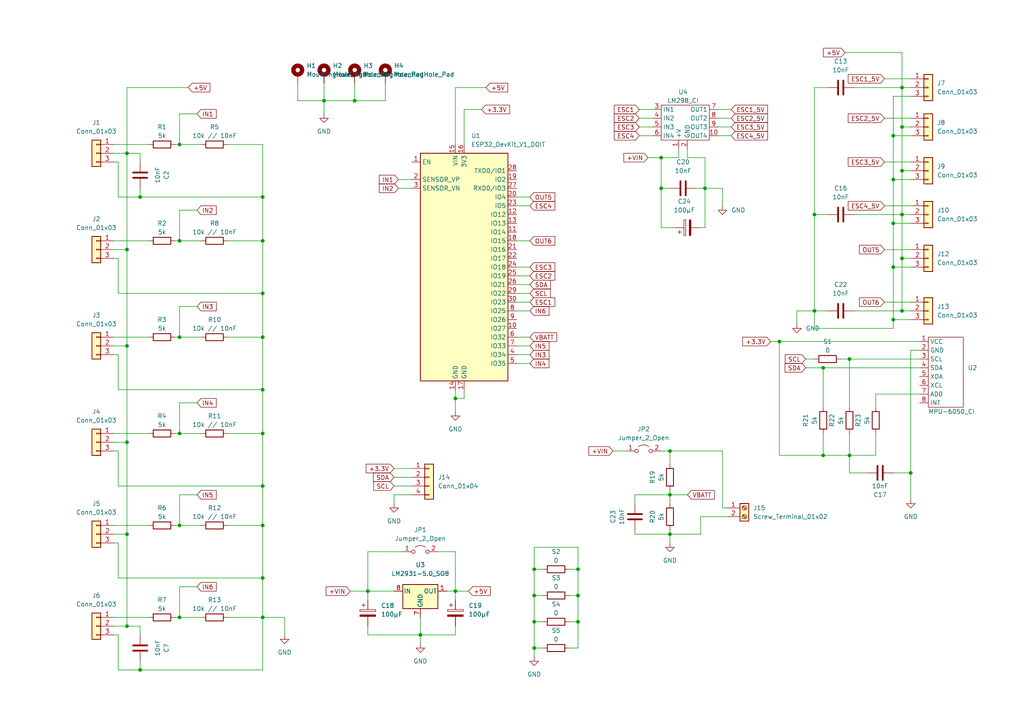
<source format=kicad_sch>
(kicad_sch (version 20211123) (generator eeschema)
  (paper "A4")
  (title_block (title "Controleur Vol ESP32") (date "2022-12-23") (rev "1.0.0") (company "Bocal Chemillé"))
  (lib_symbols
    (symbol "Connector:Screw_Terminal_01x02" (pin_names (offset 1.016) hide)
      (property "Reference" "J" (at 0 2.54 0))
      (property "Value" "Screw_Terminal_01x02" (at 0 -5.08 0))
      (symbol "Screw_Terminal_01x02_1_1"
        (rectangle (start -1.27 1.27) (end 1.27 -3.81) (stroke (width 0.254)) (fill (type background)))
        (circle (center 0 -2.54) (radius 0.635) (stroke (width 0.1524)))
        (polyline (pts (xy -0.5334 -2.2098) (xy 0.3302 -3.048)) (stroke (width 0.1524)))
        (polyline (pts (xy -0.5334 0.3302) (xy 0.3302 -0.508)) (stroke (width 0.1524)))
        (polyline (pts (xy -0.3556 -2.032) (xy 0.508 -2.8702)) (stroke (width 0.1524)))
        (polyline (pts (xy -0.3556 0.508) (xy 0.508 -0.3302)) (stroke (width 0.1524)))
        (circle (center 0 0) (radius 0.635) (stroke (width 0.1524)))
        (pin passive line (at -5.08 0 0) (length 3.81) (name "Pin_1") (number "1"))
        (pin passive line (at -5.08 -2.54 0) (length 3.81) (name "Pin_2") (number "2"))
      )
    )
    (symbol "Connector_Generic:Conn_01x03" (pin_names (offset 1.016) hide)
      (property "Reference" "J" (at 0 5.08 0))
      (property "Value" "Conn_01x03" (at 0 -5.08 0))
      (symbol "Conn_01x03_1_1"
        (rectangle (start -1.27 -2.413) (end 0 -2.667) (stroke (width 0.1524)))
        (rectangle (start -1.27 0.127) (end 0 -0.127) (stroke (width 0.1524)))
        (rectangle (start -1.27 2.667) (end 0 2.413) (stroke (width 0.1524)))
        (rectangle (start -1.27 3.81) (end 1.27 -3.81) (stroke (width 0.254)) (fill (type background)))
        (pin passive line (at -5.08 2.54 0) (length 3.81) (name "Pin_1") (number "1"))
        (pin passive line (at -5.08 0 0) (length 3.81) (name "Pin_2") (number "2"))
        (pin passive line (at -5.08 -2.54 0) (length 3.81) (name "Pin_3") (number "3"))
      )
    )
    (symbol "Connector_Generic:Conn_01x04" (pin_names (offset 1.016) hide)
      (property "Reference" "J" (at 0 5.08 0))
      (property "Value" "Conn_01x04" (at 0 -7.62 0))
      (symbol "Conn_01x04_1_1"
        (rectangle (start -1.27 -4.953) (end 0 -5.207) (stroke (width 0.1524)))
        (rectangle (start -1.27 -2.413) (end 0 -2.667) (stroke (width 0.1524)))
        (rectangle (start -1.27 0.127) (end 0 -0.127) (stroke (width 0.1524)))
        (rectangle (start -1.27 2.667) (end 0 2.413) (stroke (width 0.1524)))
        (rectangle (start -1.27 3.81) (end 1.27 -6.35) (stroke (width 0.254)) (fill (type background)))
        (pin passive line (at -5.08 2.54 0) (length 3.81) (name "Pin_1") (number "1"))
        (pin passive line (at -5.08 0 0) (length 3.81) (name "Pin_2") (number "2"))
        (pin passive line (at -5.08 -2.54 0) (length 3.81) (name "Pin_3") (number "3"))
        (pin passive line (at -5.08 -5.08 0) (length 3.81) (name "Pin_4") (number "4"))
      )
    )
    (symbol "Device:C" (pin_numbers hide) (pin_names (offset 0.254))
      (property "Reference" "C" (at 0.635 2.54 0))
      (property "Value" "C" (at 0.635 -2.54 0))
      (symbol "C_0_1"
        (polyline (pts (xy -2.032 -0.762) (xy 2.032 -0.762)) (stroke (width 0.508)))
        (polyline (pts (xy -2.032 0.762) (xy 2.032 0.762)) (stroke (width 0.508)))
      )
      (symbol "C_1_1"
        (pin passive line (at 0 3.81 270) (length 2.794) (name "~") (number "1"))
        (pin passive line (at 0 -3.81 90) (length 2.794) (name "~") (number "2"))
      )
    )
    (symbol "Device:C_Polarized" (pin_numbers hide) (pin_names (offset 0.254))
      (property "Reference" "C" (at 0.635 2.54 0))
      (property "Value" "C_Polarized" (at 0.635 -2.54 0))
      (symbol "C_Polarized_0_1"
        (rectangle (start -2.286 0.508) (end 2.286 1.016))
        (polyline (pts (xy -1.778 2.286) (xy -0.762 2.286)))
        (polyline (pts (xy -1.27 2.794) (xy -1.27 1.778)))
        (rectangle (start 2.286 -0.508) (end -2.286 -1.016) (fill (type outline)))
      )
      (symbol "C_Polarized_1_1"
        (pin passive line (at 0 3.81 270) (length 2.794) (name "~") (number "1"))
        (pin passive line (at 0 -3.81 90) (length 2.794) (name "~") (number "2"))
      )
    )
    (symbol "Device:R" (pin_numbers hide) (pin_names (offset 0))
      (property "Reference" "R" (at 2.032 0 90))
      (property "Value" "R" (at 0 0 90))
      (symbol "R_0_1"
        (rectangle (start -1.016 -2.54) (end 1.016 2.54) (stroke (width 0.254)))
      )
      (symbol "R_1_1"
        (pin passive line (at 0 3.81 270) (length 1.27) (name "~") (number "1"))
        (pin passive line (at 0 -3.81 90) (length 1.27) (name "~") (number "2"))
      )
    )
    (symbol "Jumper:Jumper_2_Open" (pin_names (offset 0) hide)
      (property "Reference" "JP" (at 0 2.794 0))
      (property "Value" "Jumper_2_Open" (at 0 -2.286 0))
      (symbol "Jumper_2_Open_0_0"
        (circle (center -2.032 0) (radius 0.508))
        (circle (center 2.032 0) (radius 0.508))
      )
      (symbol "Jumper_2_Open_0_1"
        (arc (start 1.524 1.27) (mid 0 1.778) (end -1.524 1.27))
      )
      (symbol "Jumper_2_Open_1_1"
        (pin passive line (at -5.08 0 0) (length 2.54) (name "A") (number "1"))
        (pin passive line (at 5.08 0 180) (length 2.54) (name "B") (number "2"))
      )
    )
    (symbol "LM298:LM298_CI"
      (property "Reference" "U4" (at 0 2.54 0))
      (property "Value" "LM298_CI" (at 0 0 0))
      (property "Footprint" "Library_JBO:LM298_CI" (at 0.635 1.27 0))
      (symbol "LM298_CI_0_1"
        (polyline (pts (xy -6.35 -1.27) (xy 7.62 -1.27) (xy 7.62 -11.43) (xy -6.35 -11.43) (xy -6.35 -1.27)))
      )
      (symbol "LM298_CI_1_1"
        (pin power_in line (at -1.27 -13.97 90) (length 2.54) (name "+V") (number "1"))
        (pin output line (at 10.16 -10.16 180) (length 2.54) (name "OUT4") (number "10"))
        (pin power_in line (at 1.27 -13.97 90) (length 2.54) (name "GND") (number "2"))
        (pin input line (at -8.89 -2.54 0) (length 2.54) (name "IN1") (number "3"))
        (pin input line (at -8.89 -5.08 0) (length 2.54) (name "IN2") (number "4"))
        (pin input line (at -8.89 -7.62 0) (length 2.54) (name "IN3") (number "5"))
        (pin input line (at -8.89 -10.16 0) (length 2.54) (name "IN4") (number "6"))
        (pin output line (at 10.16 -2.54 180) (length 2.54) (name "OUT1") (number "7"))
        (pin output line (at 10.16 -5.08 180) (length 2.54) (name "OUT2") (number "8"))
        (pin output line (at 10.16 -7.62 180) (length 2.54) (name "OUT3") (number "9"))
      )
    )
    (symbol "Mechanical:MountingHole_Pad" (pin_numbers hide) (pin_names (offset 1.016) hide)
      (property "Reference" "H" (at 0 6.35 0))
      (property "Value" "MountingHole_Pad" (at 0 4.445 0))
      (symbol "MountingHole_Pad_0_1"
        (circle (center 0 1.27) (radius 1.27) (stroke (width 1.27)))
      )
      (symbol "MountingHole_Pad_1_1"
        (pin input line (at 0 -2.54 90) (length 2.54) (name "1") (number "1"))
      )
    )
    (symbol "Project_Lib:MPU-6050_CI"
      (property "Reference" "U" (at 7.62 0 0))
      (property "Value" "MPU-6050_CI" (at 6.35 -22.86 0))
      (symbol "MPU-6050_CI_0_1"
        (rectangle (start 2.54 -1.27) (end 12.7 -21.59))
      )
      (symbol "MPU-6050_CI_1_1"
        (pin power_in line (at 0 -2.54 0) (length 2.54) (name "VCC") (number "1"))
        (pin power_in line (at 0 -5.08 0) (length 2.54) (name "GND") (number "2"))
        (pin input line (at 0 -7.62 0) (length 2.54) (name "SCL") (number "3"))
        (pin open_collector line (at 0 -10.16 0) (length 2.54) (name "SDA") (number "4"))
        (pin input line (at 0 -12.7 0) (length 2.54) (name "XDA") (number "5"))
        (pin input line (at 0 -15.24 0) (length 2.54) (name "XCL") (number "6"))
        (pin input line (at 0 -17.78 0) (length 2.54) (name "AD0") (number "7"))
        (pin output line (at 0 -20.32 0) (length 2.54) (name "INT") (number "8"))
      )
    )
    (symbol "Regulator_Linear:LM2931-5.0_SO8" (pin_names (offset 0.254))
      (property "Reference" "U" (at -3.81 3.175 0))
      (property "Value" "LM2931-5.0_SO8" (at 0 3.175 0))
      (symbol "LM2931-5.0_SO8_0_1"
        (rectangle (start -5.08 1.905) (end 5.08 -5.08) (stroke (width 0.254)) (fill (type background)))
      )
      (symbol "LM2931-5.0_SO8_1_1"
        (pin power_out line (at 7.62 0 180) (length 2.54) (name "OUT") (number "1"))
        (pin passive line (at 0 -7.62 90) (length 2.54) hide (name "GND") (number "2"))
        (pin passive line (at 0 -7.62 90) (length 2.54) hide (name "GND") (number "3"))
        (pin no_connect line (at -5.08 -2.54 0) (length 2.54) hide (name "NC") (number "4"))
        (pin no_connect line (at 5.08 -2.54 180) (length 2.54) hide (name "NC") (number "5"))
        (pin passive line (at 0 -7.62 90) (length 2.54) hide (name "GND") (number "6"))
        (pin power_in line (at 0 -7.62 90) (length 2.54) (name "GND") (number "7"))
        (pin power_in line (at -7.62 0 0) (length 2.54) (name "IN") (number "8"))
      )
    )
    (symbol "esp32_devkit_v1_doit:ESP32_DevKit_V1_DOIT"
      (property "Reference" "U" (at -11.43 34.29 0))
      (property "Value" "ESP32_DevKit_V1_DOIT" (at 11.43 34.29 0))
      (symbol "ESP32_DevKit_V1_DOIT_1_1"
        (rectangle (start -12.7 33.02) (end 12.7 -33.02) (stroke (width 0.254)) (fill (type background)))
        (pin input line (at -15.24 30.48 0) (length 2.54) (name "EN") (number "1"))
        (pin bidirectional line (at 15.24 -17.78 180) (length 2.54) (name "IO27") (number "10"))
        (pin bidirectional line (at 15.24 10.16 180) (length 2.54) (name "IO14") (number "11"))
        (pin bidirectional line (at 15.24 15.24 180) (length 2.54) (name "IO12") (number "12"))
        (pin bidirectional line (at 15.24 12.7 180) (length 2.54) (name "IO13") (number "13"))
        (pin power_in line (at -2.54 -35.56 90) (length 2.54) (name "GND") (number "14"))
        (pin power_in line (at -2.54 35.56 270) (length 2.54) (name "VIN") (number "15"))
        (pin power_in line (at 0 35.56 270) (length 2.54) (name "3V3") (number "16"))
        (pin power_in line (at 0 -35.56 90) (length 2.54) (name "GND") (number "17"))
        (pin bidirectional line (at 15.24 7.62 180) (length 2.54) (name "IO15") (number "18"))
        (pin bidirectional line (at 15.24 25.4 180) (length 2.54) (name "IO2") (number "19"))
        (pin input line (at -15.24 25.4 0) (length 2.54) (name "SENSOR_VP") (number "2"))
        (pin bidirectional line (at 15.24 20.32 180) (length 2.54) (name "IO4") (number "20"))
        (pin bidirectional line (at 15.24 5.08 180) (length 2.54) (name "IO16") (number "21"))
        (pin bidirectional line (at 15.24 2.54 180) (length 2.54) (name "IO17") (number "22"))
        (pin bidirectional line (at 15.24 17.78 180) (length 2.54) (name "IO5") (number "23"))
        (pin bidirectional line (at 15.24 0 180) (length 2.54) (name "IO18") (number "24"))
        (pin bidirectional line (at 15.24 -2.54 180) (length 2.54) (name "IO19") (number "25"))
        (pin bidirectional line (at 15.24 -5.08 180) (length 2.54) (name "IO21") (number "26"))
        (pin bidirectional line (at 15.24 22.86 180) (length 2.54) (name "RXD0/IO3") (number "27"))
        (pin bidirectional line (at 15.24 27.94 180) (length 2.54) (name "TXD0/IO1") (number "28"))
        (pin bidirectional line (at 15.24 -7.62 180) (length 2.54) (name "IO22") (number "29"))
        (pin input line (at -15.24 22.86 0) (length 2.54) (name "SENSOR_VN") (number "3"))
        (pin bidirectional line (at 15.24 -10.16 180) (length 2.54) (name "IO23") (number "30"))
        (pin input line (at 15.24 -25.4 180) (length 2.54) (name "IO34") (number "4"))
        (pin input line (at 15.24 -27.94 180) (length 2.54) (name "IO35") (number "5"))
        (pin bidirectional line (at 15.24 -20.32 180) (length 2.54) (name "IO32") (number "6"))
        (pin bidirectional line (at 15.24 -22.86 180) (length 2.54) (name "IO33") (number "7"))
        (pin bidirectional line (at 15.24 -12.7 180) (length 2.54) (name "IO25") (number "8"))
        (pin bidirectional line (at 15.24 -15.24 180) (length 2.54) (name "IO26") (number "9"))
      )
    )
    (symbol "power:GND" (power) (pin_names (offset 0))
      (property "Value" "GND" (at 0 -3.81 0))
      (symbol "GND_0_1"
        (polyline (pts (xy 0 0) (xy 0 -1.27) (xy 1.27 -1.27) (xy 0 -2.54) (xy -1.27 -1.27) (xy 0 -1.27)))
      )
      (symbol "GND_1_1"
        (pin power_in line (at 0 0 270) (length 0) hide (name "GND") (number "1"))
      )
    )
  )
  (junction (at 52.07 97.79))
  (junction (at 167.64 180.34))
  (junction (at 36.83 100.33))
  (junction (at 204.47 54.61))
  (junction (at 121.92 184.15))
  (junction (at 76.2 152.4))
  (junction (at 154.94 180.34))
  (junction (at 261.62 74.93))
  (junction (at 259.08 64.77))
  (junction (at 76.2 113.03))
  (junction (at 167.64 172.72))
  (junction (at 52.07 152.4))
  (junction (at 132.08 171.45))
  (junction (at 52.07 41.91))
  (junction (at 259.08 39.37))
  (junction (at 264.16 137.16))
  (junction (at 36.83 128.27))
  (junction (at 76.2 69.85))
  (junction (at 93.98 29.21))
  (junction (at 167.64 165.1))
  (junction (at 246.38 132.08))
  (junction (at 261.62 49.53))
  (junction (at 40.64 57.15))
  (junction (at 246.38 104.14))
  (junction (at 191.77 54.61))
  (junction (at 154.94 172.72))
  (junction (at 194.31 130.81))
  (junction (at 76.2 179.07))
  (junction (at 52.07 179.07))
  (junction (at 52.07 125.73))
  (junction (at 36.83 181.61))
  (junction (at 154.94 165.1))
  (junction (at 76.2 125.73))
  (junction (at 76.2 57.15))
  (junction (at 36.83 72.39))
  (junction (at 259.08 77.47))
  (junction (at 259.08 52.07))
  (junction (at 236.22 90.17))
  (junction (at 40.64 194.31))
  (junction (at 154.94 187.96))
  (junction (at 194.31 154.94))
  (junction (at 226.06 99.06))
  (junction (at 132.08 115.57))
  (junction (at 238.76 132.08))
  (junction (at 76.2 140.97))
  (junction (at 102.87 29.21))
  (junction (at 52.07 69.85))
  (junction (at 236.22 62.23))
  (junction (at 76.2 85.09))
  (junction (at 76.2 97.79))
  (junction (at 76.2 167.64))
  (junction (at 261.62 90.17))
  (junction (at 191.77 45.72))
  (junction (at 261.62 36.83))
  (junction (at 194.31 143.51))
  (junction (at 261.62 62.23))
  (junction (at 106.68 171.45))
  (junction (at 259.08 92.71))
  (junction (at 36.83 154.94))
  (junction (at 238.76 106.68))
  (junction (at 36.83 44.45))
  (junction (at 261.62 25.4))
  (wire (pts (xy 36.83 44.45) (xy 40.64 44.45)))
  (wire (pts (xy 247.65 90.17) (xy 261.62 90.17)))
  (wire (pts (xy 236.22 62.23) (xy 236.22 90.17)))
  (wire (pts (xy 76.2 69.85) (xy 76.2 85.09)))
  (wire (pts (xy 264.16 77.47) (xy 259.08 77.47)))
  (wire (pts (xy 76.2 57.15) (xy 76.2 69.85)))
  (wire (pts (xy 165.1 172.72) (xy 167.64 172.72)))
  (wire (pts (xy 236.22 25.4) (xy 240.03 25.4)))
  (wire (pts (xy 254 125.73) (xy 254 132.08)))
  (wire (pts (xy 191.77 130.81) (xy 194.31 130.81)))
  (wire (pts (xy 66.04 125.73) (xy 76.2 125.73)))
  (wire (pts (xy 66.04 179.07) (xy 76.2 179.07)))
  (wire (pts (xy 82.55 179.07) (xy 76.2 179.07)))
  (wire (pts (xy 116.84 160.02) (xy 106.68 160.02)))
  (wire (pts (xy 261.62 15.24) (xy 261.62 25.4)))
  (wire (pts (xy 33.02 69.85) (xy 43.18 69.85)))
  (wire (pts (xy 208.28 39.37) (xy 212.09 39.37)))
  (wire (pts (xy 167.64 158.75) (xy 154.94 158.75)))
  (wire (pts (xy 196.85 45.72) (xy 196.85 43.18)))
  (wire (pts (xy 154.94 172.72) (xy 157.48 172.72)))
  (wire (pts (xy 52.07 170.18) (xy 52.07 179.07)))
  (wire (pts (xy 177.8 130.81) (xy 181.61 130.81)))
  (wire (pts (xy 76.2 140.97) (xy 76.2 152.4)))
  (wire (pts (xy 256.54 59.69) (xy 264.16 59.69)))
  (wire (pts (xy 154.94 158.75) (xy 154.94 165.1)))
  (wire (pts (xy 127 160.02) (xy 132.08 160.02)))
  (wire (pts (xy 34.29 57.15) (xy 40.64 57.15)))
  (wire (pts (xy 34.29 130.81) (xy 34.29 140.97)))
  (wire (pts (xy 246.38 104.14) (xy 246.38 118.11)))
  (wire (pts (xy 264.16 39.37) (xy 259.08 39.37)))
  (wire (pts (xy 264.16 92.71) (xy 259.08 92.71)))
  (wire (pts (xy 264.16 137.16) (xy 264.16 144.78)))
  (wire (pts (xy 194.31 143.51) (xy 199.39 143.51)))
  (wire (pts (xy 34.29 140.97) (xy 76.2 140.97)))
  (wire (pts (xy 209.55 54.61) (xy 204.47 54.61)))
  (wire (pts (xy 52.07 116.84) (xy 52.07 125.73)))
  (wire (pts (xy 264.16 27.94) (xy 259.08 27.94)))
  (wire (pts (xy 185.42 31.75) (xy 189.23 31.75)))
  (wire (pts (xy 264.16 64.77) (xy 259.08 64.77)))
  (wire (pts (xy 121.92 179.07) (xy 121.92 184.15)))
  (wire (pts (xy 251.46 137.16) (xy 246.38 137.16)))
  (wire (pts (xy 52.07 41.91) (xy 58.42 41.91)))
  (wire (pts (xy 52.07 97.79) (xy 58.42 97.79)))
  (wire (pts (xy 259.08 39.37) (xy 259.08 52.07)))
  (wire (pts (xy 256.54 72.39) (xy 264.16 72.39)))
  (wire (pts (xy 66.04 152.4) (xy 76.2 152.4)))
  (wire (pts (xy 132.08 184.15) (xy 121.92 184.15)))
  (wire (pts (xy 52.07 152.4) (xy 58.42 152.4)))
  (wire (pts (xy 149.86 57.15) (xy 153.67 57.15)))
  (wire (pts (xy 191.77 54.61) (xy 191.77 45.72)))
  (wire (pts (xy 50.8 97.79) (xy 52.07 97.79)))
  (wire (pts (xy 149.86 80.01) (xy 153.67 80.01)))
  (wire (pts (xy 40.64 194.31) (xy 76.2 194.31)))
  (wire (pts (xy 149.86 87.63) (xy 153.67 87.63)))
  (wire (pts (xy 76.2 41.91) (xy 76.2 57.15)))
  (wire (pts (xy 132.08 160.02) (xy 132.08 171.45)))
  (wire (pts (xy 33.02 128.27) (xy 36.83 128.27)))
  (wire (pts (xy 93.98 29.21) (xy 93.98 33.02)))
  (wire (pts (xy 167.64 165.1) (xy 167.64 158.75)))
  (wire (pts (xy 247.65 62.23) (xy 261.62 62.23)))
  (wire (pts (xy 259.08 137.16) (xy 264.16 137.16)))
  (wire (pts (xy 184.15 154.94) (xy 194.31 154.94)))
  (wire (pts (xy 36.83 154.94) (xy 36.83 181.61)))
  (wire (pts (xy 261.62 36.83) (xy 264.16 36.83)))
  (wire (pts (xy 93.98 24.13) (xy 93.98 29.21)))
  (wire (pts (xy 209.55 130.81) (xy 209.55 147.32)))
  (wire (pts (xy 184.15 153.67) (xy 184.15 154.94)))
  (wire (pts (xy 52.07 33.02) (xy 52.07 41.91)))
  (wire (pts (xy 256.54 34.29) (xy 264.16 34.29)))
  (wire (pts (xy 52.07 143.51) (xy 52.07 152.4)))
  (wire (pts (xy 33.02 179.07) (xy 43.18 179.07)))
  (wire (pts (xy 34.29 157.48) (xy 34.29 167.64)))
  (wire (pts (xy 36.83 100.33) (xy 36.83 128.27)))
  (wire (pts (xy 134.62 31.75) (xy 134.62 41.91)))
  (wire (pts (xy 246.38 137.16) (xy 246.38 132.08)))
  (wire (pts (xy 33.02 102.87) (xy 34.29 102.87)))
  (wire (pts (xy 76.2 152.4) (xy 76.2 167.64)))
  (wire (pts (xy 223.52 99.06) (xy 226.06 99.06)))
  (wire (pts (xy 261.62 90.17) (xy 264.16 90.17)))
  (wire (pts (xy 233.68 106.68) (xy 238.76 106.68)))
  (wire (pts (xy 167.64 180.34) (xy 167.64 187.96)))
  (wire (pts (xy 245.11 15.24) (xy 261.62 15.24)))
  (wire (pts (xy 259.08 77.47) (xy 259.08 92.71)))
  (wire (pts (xy 106.68 171.45) (xy 114.3 171.45)))
  (wire (pts (xy 243.84 104.14) (xy 246.38 104.14)))
  (wire (pts (xy 259.08 64.77) (xy 259.08 77.47)))
  (wire (pts (xy 165.1 165.1) (xy 167.64 165.1)))
  (wire (pts (xy 154.94 165.1) (xy 154.94 172.72)))
  (wire (pts (xy 114.3 135.89) (xy 119.38 135.89)))
  (wire (pts (xy 33.02 41.91) (xy 43.18 41.91)))
  (wire (pts (xy 149.86 100.33) (xy 153.67 100.33)))
  (wire (pts (xy 52.07 69.85) (xy 58.42 69.85)))
  (wire (pts (xy 132.08 171.45) (xy 135.89 171.45)))
  (wire (pts (xy 236.22 95.25) (xy 236.22 90.17)))
  (wire (pts (xy 33.02 97.79) (xy 43.18 97.79)))
  (wire (pts (xy 236.22 62.23) (xy 240.03 62.23)))
  (wire (pts (xy 76.2 167.64) (xy 76.2 179.07)))
  (wire (pts (xy 114.3 143.51) (xy 114.3 146.05)))
  (wire (pts (xy 86.36 29.21) (xy 93.98 29.21)))
  (wire (pts (xy 82.55 184.15) (xy 82.55 179.07)))
  (wire (pts (xy 34.29 46.99) (xy 34.29 57.15)))
  (wire (pts (xy 201.93 54.61) (xy 204.47 54.61)))
  (wire (pts (xy 36.83 72.39) (xy 36.83 100.33)))
  (wire (pts (xy 236.22 90.17) (xy 240.03 90.17)))
  (wire (pts (xy 209.55 147.32) (xy 210.82 147.32)))
  (wire (pts (xy 259.08 27.94) (xy 259.08 39.37)))
  (wire (pts (xy 187.96 45.72) (xy 191.77 45.72)))
  (wire (pts (xy 210.82 149.86) (xy 203.2 149.86)))
  (wire (pts (xy 261.62 74.93) (xy 261.62 90.17)))
  (wire (pts (xy 33.02 125.73) (xy 43.18 125.73)))
  (wire (pts (xy 36.83 44.45) (xy 36.83 72.39)))
  (wire (pts (xy 114.3 138.43) (xy 119.38 138.43)))
  (wire (pts (xy 149.86 90.17) (xy 153.67 90.17)))
  (wire (pts (xy 34.29 167.64) (xy 76.2 167.64)))
  (wire (pts (xy 226.06 99.06) (xy 266.7 99.06)))
  (wire (pts (xy 261.62 49.53) (xy 264.16 49.53)))
  (wire (pts (xy 154.94 180.34) (xy 154.94 187.96)))
  (wire (pts (xy 34.29 74.93) (xy 34.29 85.09)))
  (wire (pts (xy 195.58 66.04) (xy 191.77 66.04)))
  (wire (pts (xy 40.64 44.45) (xy 40.64 46.99)))
  (wire (pts (xy 121.92 184.15) (xy 121.92 186.69)))
  (wire (pts (xy 154.94 172.72) (xy 154.94 180.34)))
  (wire (pts (xy 266.7 114.3) (xy 254 114.3)))
  (wire (pts (xy 149.86 85.09) (xy 153.67 85.09)))
  (wire (pts (xy 233.68 104.14) (xy 236.22 104.14)))
  (wire (pts (xy 101.6 171.45) (xy 106.68 171.45)))
  (wire (pts (xy 57.15 170.18) (xy 52.07 170.18)))
  (wire (pts (xy 231.14 90.17) (xy 236.22 90.17)))
  (wire (pts (xy 115.57 52.07) (xy 119.38 52.07)))
  (wire (pts (xy 57.15 88.9) (xy 52.07 88.9)))
  (wire (pts (xy 50.8 179.07) (xy 52.07 179.07)))
  (wire (pts (xy 34.29 184.15) (xy 34.29 194.31)))
  (wire (pts (xy 236.22 95.25) (xy 259.08 95.25)))
  (wire (pts (xy 76.2 113.03) (xy 76.2 125.73)))
  (wire (pts (xy 261.62 62.23) (xy 264.16 62.23)))
  (wire (pts (xy 261.62 25.4) (xy 261.62 36.83)))
  (wire (pts (xy 114.3 140.97) (xy 119.38 140.97)))
  (wire (pts (xy 185.42 36.83) (xy 189.23 36.83)))
  (wire (pts (xy 57.15 60.96) (xy 52.07 60.96)))
  (wire (pts (xy 199.39 45.72) (xy 204.47 45.72)))
  (wire (pts (xy 76.2 125.73) (xy 76.2 140.97)))
  (wire (pts (xy 149.86 69.85) (xy 153.67 69.85)))
  (wire (pts (xy 149.86 97.79) (xy 153.67 97.79)))
  (wire (pts (xy 40.64 191.77) (xy 40.64 194.31)))
  (wire (pts (xy 194.31 153.67) (xy 194.31 154.94)))
  (wire (pts (xy 106.68 184.15) (xy 121.92 184.15)))
  (wire (pts (xy 36.83 25.4) (xy 36.83 44.45)))
  (wire (pts (xy 261.62 74.93) (xy 264.16 74.93)))
  (wire (pts (xy 266.7 106.68) (xy 238.76 106.68)))
  (wire (pts (xy 194.31 130.81) (xy 209.55 130.81)))
  (wire (pts (xy 33.02 100.33) (xy 36.83 100.33)))
  (wire (pts (xy 132.08 113.03) (xy 132.08 115.57)))
  (wire (pts (xy 185.42 39.37) (xy 189.23 39.37)))
  (wire (pts (xy 52.07 125.73) (xy 58.42 125.73)))
  (wire (pts (xy 149.86 82.55) (xy 153.67 82.55)))
  (wire (pts (xy 50.8 125.73) (xy 52.07 125.73)))
  (wire (pts (xy 167.64 165.1) (xy 167.64 172.72)))
  (wire (pts (xy 226.06 132.08) (xy 238.76 132.08)))
  (wire (pts (xy 246.38 125.73) (xy 246.38 132.08)))
  (wire (pts (xy 132.08 171.45) (xy 132.08 173.99)))
  (wire (pts (xy 261.62 25.4) (xy 264.16 25.4)))
  (wire (pts (xy 33.02 152.4) (xy 43.18 152.4)))
  (wire (pts (xy 66.04 97.79) (xy 76.2 97.79)))
  (wire (pts (xy 36.83 181.61) (xy 40.64 181.61)))
  (wire (pts (xy 76.2 97.79) (xy 76.2 113.03)))
  (wire (pts (xy 149.86 102.87) (xy 153.67 102.87)))
  (wire (pts (xy 132.08 25.4) (xy 140.97 25.4)))
  (wire (pts (xy 154.94 187.96) (xy 154.94 190.5)))
  (wire (pts (xy 40.64 181.61) (xy 40.64 184.15)))
  (wire (pts (xy 33.02 154.94) (xy 36.83 154.94)))
  (wire (pts (xy 52.07 60.96) (xy 52.07 69.85)))
  (wire (pts (xy 66.04 69.85) (xy 76.2 69.85)))
  (wire (pts (xy 238.76 125.73) (xy 238.76 132.08)))
  (wire (pts (xy 34.29 113.03) (xy 76.2 113.03)))
  (wire (pts (xy 254 132.08) (xy 246.38 132.08)))
  (wire (pts (xy 226.06 132.08) (xy 226.06 99.06)))
  (wire (pts (xy 34.29 102.87) (xy 34.29 113.03)))
  (wire (pts (xy 34.29 194.31) (xy 40.64 194.31)))
  (wire (pts (xy 33.02 72.39) (xy 36.83 72.39)))
  (wire (pts (xy 33.02 46.99) (xy 34.29 46.99)))
  (wire (pts (xy 199.39 43.18) (xy 199.39 45.72)))
  (wire (pts (xy 254 114.3) (xy 254 118.11)))
  (wire (pts (xy 194.31 54.61) (xy 191.77 54.61)))
  (wire (pts (xy 184.15 143.51) (xy 194.31 143.51)))
  (wire (pts (xy 204.47 66.04) (xy 203.2 66.04)))
  (wire (pts (xy 40.64 57.15) (xy 76.2 57.15)))
  (wire (pts (xy 102.87 29.21) (xy 111.76 29.21)))
  (wire (pts (xy 256.54 87.63) (xy 264.16 87.63)))
  (wire (pts (xy 54.61 25.4) (xy 36.83 25.4)))
  (wire (pts (xy 264.16 52.07) (xy 259.08 52.07)))
  (wire (pts (xy 167.64 187.96) (xy 165.1 187.96)))
  (wire (pts (xy 149.86 59.69) (xy 153.67 59.69)))
  (wire (pts (xy 203.2 154.94) (xy 194.31 154.94)))
  (wire (pts (xy 36.83 128.27) (xy 36.83 154.94)))
  (wire (pts (xy 52.07 179.07) (xy 58.42 179.07)))
  (wire (pts (xy 208.28 31.75) (xy 212.09 31.75)))
  (wire (pts (xy 129.54 171.45) (xy 132.08 171.45)))
  (wire (pts (xy 57.15 143.51) (xy 52.07 143.51)))
  (wire (pts (xy 93.98 29.21) (xy 102.87 29.21)))
  (wire (pts (xy 204.47 54.61) (xy 204.47 66.04)))
  (wire (pts (xy 149.86 77.47) (xy 153.67 77.47)))
  (wire (pts (xy 194.31 143.51) (xy 194.31 146.05)))
  (wire (pts (xy 132.08 115.57) (xy 132.08 119.38)))
  (wire (pts (xy 86.36 24.13) (xy 86.36 29.21)))
  (wire (pts (xy 132.08 41.91) (xy 132.08 25.4)))
  (wire (pts (xy 57.15 33.02) (xy 52.07 33.02)))
  (wire (pts (xy 259.08 92.71) (xy 259.08 95.25)))
  (wire (pts (xy 66.04 41.91) (xy 76.2 41.91)))
  (wire (pts (xy 191.77 45.72) (xy 196.85 45.72)))
  (wire (pts (xy 132.08 181.61) (xy 132.08 184.15)))
  (wire (pts (xy 139.7 31.75) (xy 134.62 31.75)))
  (wire (pts (xy 149.86 105.41) (xy 153.67 105.41)))
  (wire (pts (xy 208.28 34.29) (xy 212.09 34.29)))
  (wire (pts (xy 154.94 180.34) (xy 157.48 180.34)))
  (wire (pts (xy 33.02 157.48) (xy 34.29 157.48)))
  (wire (pts (xy 208.28 36.83) (xy 212.09 36.83)))
  (wire (pts (xy 134.62 115.57) (xy 132.08 115.57)))
  (wire (pts (xy 256.54 22.86) (xy 264.16 22.86)))
  (wire (pts (xy 33.02 184.15) (xy 34.29 184.15)))
  (wire (pts (xy 194.31 154.94) (xy 194.31 157.48)))
  (wire (pts (xy 50.8 41.91) (xy 52.07 41.91)))
  (wire (pts (xy 246.38 132.08) (xy 238.76 132.08)))
  (wire (pts (xy 76.2 179.07) (xy 76.2 194.31)))
  (wire (pts (xy 194.31 142.24) (xy 194.31 143.51)))
  (wire (pts (xy 157.48 165.1) (xy 154.94 165.1)))
  (wire (pts (xy 106.68 181.61) (xy 106.68 184.15)))
  (wire (pts (xy 50.8 69.85) (xy 52.07 69.85)))
  (wire (pts (xy 185.42 34.29) (xy 189.23 34.29)))
  (wire (pts (xy 119.38 143.51) (xy 114.3 143.51)))
  (wire (pts (xy 236.22 25.4) (xy 236.22 62.23)))
  (wire (pts (xy 52.07 88.9) (xy 52.07 97.79)))
  (wire (pts (xy 264.16 101.6) (xy 266.7 101.6)))
  (wire (pts (xy 154.94 187.96) (xy 157.48 187.96)))
  (wire (pts (xy 106.68 160.02) (xy 106.68 171.45)))
  (wire (pts (xy 261.62 62.23) (xy 261.62 74.93)))
  (wire (pts (xy 247.65 25.4) (xy 261.62 25.4)))
  (wire (pts (xy 165.1 180.34) (xy 167.64 180.34)))
  (wire (pts (xy 204.47 45.72) (xy 204.47 54.61)))
  (wire (pts (xy 34.29 85.09) (xy 76.2 85.09)))
  (wire (pts (xy 231.14 93.98) (xy 231.14 90.17)))
  (wire (pts (xy 40.64 54.61) (xy 40.64 57.15)))
  (wire (pts (xy 256.54 46.99) (xy 264.16 46.99)))
  (wire (pts (xy 264.16 101.6) (xy 264.16 137.16)))
  (wire (pts (xy 33.02 130.81) (xy 34.29 130.81)))
  (wire (pts (xy 76.2 85.09) (xy 76.2 97.79)))
  (wire (pts (xy 134.62 113.03) (xy 134.62 115.57)))
  (wire (pts (xy 50.8 152.4) (xy 52.07 152.4)))
  (wire (pts (xy 261.62 49.53) (xy 261.62 62.23)))
  (wire (pts (xy 167.64 172.72) (xy 167.64 180.34)))
  (wire (pts (xy 261.62 36.83) (xy 261.62 49.53)))
  (wire (pts (xy 115.57 54.61) (xy 119.38 54.61)))
  (wire (pts (xy 33.02 74.93) (xy 34.29 74.93)))
  (wire (pts (xy 57.15 116.84) (xy 52.07 116.84)))
  (wire (pts (xy 111.76 24.13) (xy 111.76 29.21)))
  (wire (pts (xy 238.76 106.68) (xy 238.76 118.11)))
  (wire (pts (xy 33.02 181.61) (xy 36.83 181.61)))
  (wire (pts (xy 209.55 59.69) (xy 209.55 54.61)))
  (wire (pts (xy 106.68 171.45) (xy 106.68 173.99)))
  (wire (pts (xy 33.02 44.45) (xy 36.83 44.45)))
  (wire (pts (xy 266.7 104.14) (xy 246.38 104.14)))
  (wire (pts (xy 203.2 149.86) (xy 203.2 154.94)))
  (wire (pts (xy 102.87 24.13) (xy 102.87 29.21)))
  (wire (pts (xy 259.08 52.07) (xy 259.08 64.77)))
  (wire (pts (xy 184.15 146.05) (xy 184.15 143.51)))
  (wire (pts (xy 194.31 134.62) (xy 194.31 130.81)))
  (wire (pts (xy 191.77 66.04) (xy 191.77 54.61)))
  (global_label "VBATT" (shape input) (at 199.39 143.51 0) (property "Références Inter-Feuilles" "${INTERSHEET_REFS}" (effects hide)))
  (global_label "+VIN" (shape input) (at 101.6 171.45 180) (property "Références Inter-Feuilles" "${INTERSHEET_REFS}" (effects hide)))
  (global_label "IN5" (shape input) (at 57.15 143.51 0) (property "Références Inter-Feuilles" "${INTERSHEET_REFS}" (effects hide)))
  (global_label "ESC1_5V" (shape input) (at 256.54 22.86 180) (property "Références Inter-Feuilles" "${INTERSHEET_REFS}" (effects hide)))
  (global_label "SDA" (shape input) (at 233.68 106.68 180) (property "Références Inter-Feuilles" "${INTERSHEET_REFS}" (effects hide)))
  (global_label "SCL" (shape input) (at 153.67 85.09 0) (property "Références Inter-Feuilles" "${INTERSHEET_REFS}" (effects hide)))
  (global_label "ESC2" (shape input) (at 153.67 80.01 0) (property "Références Inter-Feuilles" "${INTERSHEET_REFS}" (effects hide)))
  (global_label "IN5" (shape input) (at 153.67 100.33 0) (property "Références Inter-Feuilles" "${INTERSHEET_REFS}" (effects hide)))
  (global_label "ESC1" (shape input) (at 185.42 31.75 180) (property "Références Inter-Feuilles" "${INTERSHEET_REFS}" (effects hide)))
  (global_label "+VIN" (shape input) (at 177.8 130.81 180) (property "Références Inter-Feuilles" "${INTERSHEET_REFS}" (effects hide)))
  (global_label "OUT6" (shape input) (at 153.67 69.85 0) (property "Références Inter-Feuilles" "${INTERSHEET_REFS}" (effects hide)))
  (global_label "+3.3V" (shape input) (at 139.7 31.75 0) (property "Références Inter-Feuilles" "${INTERSHEET_REFS}" (effects hide)))
  (global_label "IN4" (shape input) (at 57.15 116.84 0) (property "Références Inter-Feuilles" "${INTERSHEET_REFS}" (effects hide)))
  (global_label "VBATT" (shape input) (at 153.67 97.79 0) (property "Références Inter-Feuilles" "${INTERSHEET_REFS}" (effects hide)))
  (global_label "ESC3_5V" (shape input) (at 212.09 36.83 0) (property "Références Inter-Feuilles" "${INTERSHEET_REFS}" (effects hide)))
  (global_label "SCL" (shape input) (at 114.3 140.97 180) (property "Références Inter-Feuilles" "${INTERSHEET_REFS}" (effects hide)))
  (global_label "ESC4_5V" (shape input) (at 256.54 59.69 180) (property "Références Inter-Feuilles" "${INTERSHEET_REFS}" (effects hide)))
  (global_label "IN2" (shape input) (at 115.57 54.61 180) (property "Références Inter-Feuilles" "${INTERSHEET_REFS}" (effects hide)))
  (global_label "+5V" (shape input) (at 140.97 25.4 0) (property "Références Inter-Feuilles" "${INTERSHEET_REFS}" (effects hide)))
  (global_label "+5V" (shape input) (at 245.11 15.24 180) (property "Références Inter-Feuilles" "${INTERSHEET_REFS}" (effects hide)))
  (global_label "ESC3" (shape input) (at 153.67 77.47 0) (property "Références Inter-Feuilles" "${INTERSHEET_REFS}" (effects hide)))
  (global_label "IN1" (shape input) (at 115.57 52.07 180) (property "Références Inter-Feuilles" "${INTERSHEET_REFS}" (effects hide)))
  (global_label "+5V" (shape input) (at 135.89 171.45 0) (property "Références Inter-Feuilles" "${INTERSHEET_REFS}" (effects hide)))
  (global_label "+3.3V" (shape input) (at 114.3 135.89 180) (property "Références Inter-Feuilles" "${INTERSHEET_REFS}" (effects hide)))
  (global_label "ESC4" (shape input) (at 185.42 39.37 180) (property "Références Inter-Feuilles" "${INTERSHEET_REFS}" (effects hide)))
  (global_label "SDA" (shape input) (at 153.67 82.55 0) (property "Références Inter-Feuilles" "${INTERSHEET_REFS}" (effects hide)))
  (global_label "+VIN" (shape input) (at 187.96 45.72 180) (property "Références Inter-Feuilles" "${INTERSHEET_REFS}" (effects hide)))
  (global_label "IN6" (shape input) (at 57.15 170.18 0) (property "Références Inter-Feuilles" "${INTERSHEET_REFS}" (effects hide)))
  (global_label "OUT5" (shape input) (at 153.67 57.15 0) (property "Références Inter-Feuilles" "${INTERSHEET_REFS}" (effects hide)))
  (global_label "IN3" (shape input) (at 57.15 88.9 0) (property "Références Inter-Feuilles" "${INTERSHEET_REFS}" (effects hide)))
  (global_label "ESC2_5V" (shape input) (at 256.54 34.29 180) (property "Références Inter-Feuilles" "${INTERSHEET_REFS}" (effects hide)))
  (global_label "IN4" (shape input) (at 153.67 105.41 0) (property "Références Inter-Feuilles" "${INTERSHEET_REFS}" (effects hide)))
  (global_label "ESC4_5V" (shape input) (at 212.09 39.37 0) (property "Références Inter-Feuilles" "${INTERSHEET_REFS}" (effects hide)))
  (global_label "ESC2" (shape input) (at 185.42 34.29 180) (property "Références Inter-Feuilles" "${INTERSHEET_REFS}" (effects hide)))
  (global_label "IN3" (shape input) (at 153.67 102.87 0) (property "Références Inter-Feuilles" "${INTERSHEET_REFS}" (effects hide)))
  (global_label "ESC3_5V" (shape input) (at 256.54 46.99 180) (property "Références Inter-Feuilles" "${INTERSHEET_REFS}" (effects hide)))
  (global_label "IN1" (shape input) (at 57.15 33.02 0) (property "Références Inter-Feuilles" "${INTERSHEET_REFS}" (effects hide)))
  (global_label "ESC1_5V" (shape input) (at 212.09 31.75 0) (property "Références Inter-Feuilles" "${INTERSHEET_REFS}" (effects hide)))
  (global_label "ESC1" (shape input) (at 153.67 87.63 0) (property "Références Inter-Feuilles" "${INTERSHEET_REFS}" (effects hide)))
  (global_label "SDA" (shape input) (at 114.3 138.43 180) (property "Références Inter-Feuilles" "${INTERSHEET_REFS}" (effects hide)))
  (global_label "SCL" (shape input) (at 233.68 104.14 180) (property "Références Inter-Feuilles" "${INTERSHEET_REFS}" (effects hide)))
  (global_label "OUT5" (shape input) (at 256.54 72.39 180) (property "Références Inter-Feuilles" "${INTERSHEET_REFS}" (effects hide)))
  (global_label "ESC2_5V" (shape input) (at 212.09 34.29 0) (property "Références Inter-Feuilles" "${INTERSHEET_REFS}" (effects hide)))
  (global_label "+5V" (shape input) (at 54.61 25.4 0) (property "Références Inter-Feuilles" "${INTERSHEET_REFS}" (effects hide)))
  (global_label "+3.3V" (shape input) (at 223.52 99.06 180) (property "Références Inter-Feuilles" "${INTERSHEET_REFS}" (effects hide)))
  (global_label "ESC3" (shape input) (at 185.42 36.83 180) (property "Références Inter-Feuilles" "${INTERSHEET_REFS}" (effects hide)))
  (global_label "IN2" (shape input) (at 57.15 60.96 0) (property "Références Inter-Feuilles" "${INTERSHEET_REFS}" (effects hide)))
  (global_label "IN6" (shape input) (at 153.67 90.17 0) (property "Références Inter-Feuilles" "${INTERSHEET_REFS}" (effects hide)))
  (global_label "ESC4" (shape input) (at 153.67 59.69 0) (property "Références Inter-Feuilles" "${INTERSHEET_REFS}" (effects hide)))
  (global_label "OUT6" (shape input) (at 256.54 87.63 180) (property "Références Inter-Feuilles" "${INTERSHEET_REFS}" (effects hide)))
  (symbol (lib_id "Device:C") (at 243.84 62.23 270) (mirror x) (unit 1)
    (property "Reference" "C16" (at 243.84 54.61 90))
    (property "Value" "10nF" (at 243.84 57.15 90))
    (property "Footprint" "Capacitor_SMD:C_1206_3216Metric_Pad1.33x1.80mm_HandSolder" (effects hide))
  )
  (symbol (lib_id "Device:C") (at 184.15 149.86 180) (unit 1)
    (property "Reference" "C23" (at 177.8 149.86 90))
    (property "Value" "10nF" (at 180.34 149.86 90))
    (property "Footprint" "Capacitor_SMD:C_1206_3216Metric_Pad1.33x1.80mm_HandSolder" (effects hide))
  )
  (symbol (lib_id "Jumper:Jumper_2_Open") (at 186.69 130.81 0) (unit 1)
    (property "Reference" "JP2" (at 186.69 124.46 0))
    (property "Value" "Jumper_2_Open" (at 186.69 127 0))
    (property "Footprint" "Connector_PinHeader_2.54mm:PinHeader_1x02_P2.54mm_Vertical" (effects hide))
  )
  (symbol (lib_id "power:GND") (at 194.31 157.48 0) (unit 1)
    (property "Reference" "#PWR02" (effects hide))
    (property "Value" "GND" (at 194.31 162.56 0))
  )
  (symbol (lib_id "Regulator_Linear:LM2931-5.0_SO8") (at 121.92 171.45 0) (unit 1)
    (property "Reference" "U3" (at 121.92 163.83 0))
    (property "Value" "LM2931-5.0_SO8" (at 121.92 166.37 0))
    (property "Footprint" "Package_SO:SOIC-8_3.9x4.9mm_P1.27mm" (effects hide))
    (property "Datasheet" "http://www.ti.com/lit/ds/symlink/lm2931-n.pdf" (effects hide))
  )
  (symbol (lib_id "Device:R") (at 161.29 172.72 90) (unit 1)
    (property "Reference" "S3" (at 161.29 167.64 90))
    (property "Value" "0" (at 161.29 170.18 90))
    (property "Footprint" "Resistor_SMD:R_1206_3216Metric_Pad1.30x1.75mm_HandSolder" (effects hide))
  )
  (symbol (lib_id "Device:C_Polarized") (at 199.39 66.04 90) (unit 1)
    (property "Reference" "C24" (at 198.501 58.42 90))
    (property "Value" "100µF" (at 198.501 60.96 90))
    (property "Footprint" "Capacitor_Tantalum_SMD:CP_EIA-6032-20_AVX-F_Pad2.25x2.35mm_HandSolder" (effects hide))
  )
  (symbol (lib_id "Connector_Generic:Conn_01x03") (at 27.94 72.39 0) (mirror y) (unit 1)
    (property "Reference" "J2" (at 27.94 63.5 0))
    (property "Value" "Conn_01x03" (at 27.94 66.04 0))
    (property "Footprint" "Connector_PinHeader_2.54mm:PinHeader_1x03_P2.54mm_Vertical" (effects hide))
  )
  (symbol (lib_id "Mechanical:MountingHole_Pad") (at 102.87 21.59 0) (unit 1)
    (property "Reference" "H3" (at 105.41 19.0499 0) (effects (justify left)))
    (property "Value" "MountingHole_Pad" (at 105.41 21.5899 0) (effects (justify left)))
    (property "Footprint" "MountingHole:MountingHole_4.3mm_M4" (effects hide))
  )
  (symbol (lib_id "power:GND") (at 264.16 144.78 0) (unit 1)
    (property "Reference" "#PWR06" (effects hide))
    (property "Value" "GND" (at 264.16 149.86 0))
  )
  (symbol (lib_id "Device:R") (at 161.29 165.1 90) (unit 1)
    (property "Reference" "S2" (at 161.29 160.02 90))
    (property "Value" "0" (at 161.29 162.56 90))
    (property "Footprint" "Resistor_SMD:R_1206_3216Metric_Pad1.30x1.75mm_HandSolder" (effects hide))
  )
  (symbol (lib_id "Connector_Generic:Conn_01x03") (at 269.24 49.53 0) (unit 1)
    (property "Reference" "J9" (at 271.78 48.2599 0) (effects (justify left)))
    (property "Value" "Conn_01x03" (at 271.78 50.7999 0) (effects (justify left)))
    (property "Footprint" "Connector_PinHeader_2.54mm:PinHeader_1x03_P2.54mm_Vertical" (effects hide))
  )
  (symbol (lib_id "Device:R") (at 62.23 41.91 90) (unit 1)
    (property "Reference" "R5" (at 62.23 36.83 90))
    (property "Value" "10k // 10nF" (at 62.23 39.37 90))
    (property "Footprint" "Resistor_SMD:R_1206_3216Metric_Pad1.30x1.75mm_HandSolder" (effects hide))
  )
  (symbol (lib_id "power:GND") (at 132.08 119.38 0) (unit 1)
    (property "Reference" "#PWR03" (effects hide))
    (property "Value" "GND" (at 132.08 124.46 0))
  )
  (symbol (lib_id "Device:R") (at 238.76 121.92 180) (unit 1)
    (property "Reference" "R21" (at 233.68 121.92 90))
    (property "Value" "5k" (at 236.22 121.92 90))
    (property "Footprint" "Resistor_SMD:R_1206_3216Metric_Pad1.30x1.75mm_HandSolder" (effects hide))
  )
  (symbol (lib_id "power:GND") (at 82.55 184.15 0) (unit 1)
    (property "Reference" "#PWR01" (effects hide))
    (property "Value" "GND" (at 82.55 189.23 0))
  )
  (symbol (lib_id "Device:R") (at 46.99 152.4 90) (unit 1)
    (property "Reference" "R6" (at 46.99 147.32 90))
    (property "Value" "5k" (at 46.99 149.86 90))
    (property "Footprint" "Resistor_SMD:R_1206_3216Metric_Pad1.30x1.75mm_HandSolder" (effects hide))
  )
  (symbol (lib_id "Device:R") (at 46.99 179.07 90) (unit 1)
    (property "Reference" "R7" (at 46.99 173.99 90))
    (property "Value" "5k" (at 46.99 176.53 90))
    (property "Footprint" "Resistor_SMD:R_1206_3216Metric_Pad1.30x1.75mm_HandSolder" (effects hide))
  )
  (symbol (lib_id "Connector_Generic:Conn_01x03") (at 27.94 154.94 0) (mirror y) (unit 1)
    (property "Reference" "J5" (at 27.94 146.05 0))
    (property "Value" "Conn_01x03" (at 27.94 148.59 0))
    (property "Footprint" "Connector_PinHeader_2.54mm:PinHeader_1x03_P2.54mm_Vertical" (effects hide))
  )
  (symbol (lib_id "Device:R") (at 240.03 104.14 90) (unit 1)
    (property "Reference" "S1" (at 240.03 99.06 90))
    (property "Value" "0" (at 240.03 101.6 90))
    (property "Footprint" "Resistor_SMD:R_1206_3216Metric_Pad1.30x1.75mm_HandSolder" (effects hide))
  )
  (symbol (lib_id "Jumper:Jumper_2_Open") (at 121.92 160.02 0) (unit 1)
    (property "Reference" "JP1" (at 121.92 153.67 0))
    (property "Value" "Jumper_2_Open" (at 121.92 156.21 0))
    (property "Footprint" "Connector_PinHeader_2.54mm:PinHeader_1x02_P2.54mm_Vertical" (effects hide))
  )
  (symbol (lib_id "Device:R") (at 46.99 125.73 90) (unit 1)
    (property "Reference" "R4" (at 46.99 120.65 90))
    (property "Value" "5k" (at 46.99 123.19 90))
    (property "Footprint" "Resistor_SMD:R_1206_3216Metric_Pad1.30x1.75mm_HandSolder" (effects hide))
  )
  (symbol (lib_id "Mechanical:MountingHole_Pad") (at 93.98 21.59 0) (unit 1)
    (property "Reference" "H2" (at 96.52 19.0499 0) (effects (justify left)))
    (property "Value" "MountingHole_Pad" (at 96.52 21.5899 0) (effects (justify left)))
    (property "Footprint" "MountingHole:MountingHole_4.3mm_M4" (effects hide))
  )
  (symbol (lib_id "Device:R") (at 194.31 138.43 180) (unit 1)
    (property "Reference" "R19" (at 189.23 138.43 90))
    (property "Value" "5k" (at 191.77 138.43 90))
    (property "Footprint" "Resistor_SMD:R_1206_3216Metric_Pad1.30x1.75mm_HandSolder" (effects hide))
  )
  (symbol (lib_id "Device:C") (at 40.64 50.8 0) (mirror x) (unit 1)
    (property "Reference" "C2" (at 48.26 50.8 90))
    (property "Value" "10nF" (at 45.72 50.8 90))
    (property "Footprint" "Capacitor_SMD:C_1206_3216Metric_Pad1.33x1.80mm_HandSolder" (effects hide))
  )
  (symbol (lib_id "Device:R") (at 46.99 97.79 90) (unit 1)
    (property "Reference" "R3" (at 46.99 92.71 90))
    (property "Value" "5k" (at 46.99 95.25 90))
    (property "Footprint" "Resistor_SMD:R_1206_3216Metric_Pad1.30x1.75mm_HandSolder" (effects hide))
  )
  (symbol (lib_id "power:GND") (at 114.3 146.05 0) (unit 1)
    (property "Reference" "#PWR0103" (effects hide))
    (property "Value" "GND" (at 114.3 151.13 0))
  )
  (symbol (lib_id "Device:R") (at 62.23 69.85 90) (unit 1)
    (property "Reference" "R8" (at 62.23 64.77 90))
    (property "Value" "10k // 10nF" (at 62.23 67.31 90))
    (property "Footprint" "Resistor_SMD:R_1206_3216Metric_Pad1.30x1.75mm_HandSolder" (effects hide))
  )
  (symbol (lib_id "Device:R") (at 246.38 121.92 180) (unit 1)
    (property "Reference" "R22" (at 241.3 121.92 90))
    (property "Value" "5k" (at 243.84 121.92 90))
    (property "Footprint" "Resistor_SMD:R_1206_3216Metric_Pad1.30x1.75mm_HandSolder" (effects hide))
  )
  (symbol (lib_id "Project_Lib:MPU-6050_CI") (at 266.7 96.52 0) (unit 1)
    (property "Reference" "U2" (at 280.67 106.6799 0) (effects (justify left)))
    (property "Value" "MPU-6050_CI" (at 269.24 119.38 0) (effects (justify left)))
    (property "Footprint" "Library_JBO:MPU-6050_CI" (effects hide))
  )
  (symbol (lib_id "Device:R") (at 62.23 152.4 90) (unit 1)
    (property "Reference" "R12" (at 62.23 147.32 90))
    (property "Value" "10k // 10nF" (at 62.23 149.86 90))
    (property "Footprint" "Resistor_SMD:R_1206_3216Metric_Pad1.30x1.75mm_HandSolder" (effects hide))
  )
  (symbol (lib_id "Device:R") (at 62.23 97.79 90) (unit 1)
    (property "Reference" "R10" (at 62.23 92.71 90))
    (property "Value" "10k // 10nF" (at 62.23 95.25 90))
    (property "Footprint" "Resistor_SMD:R_1206_3216Metric_Pad1.30x1.75mm_HandSolder" (effects hide))
  )
  (symbol (lib_id "Device:R") (at 161.29 180.34 90) (unit 1)
    (property "Reference" "S4" (at 161.29 175.26 90))
    (property "Value" "0" (at 161.29 177.8 90))
    (property "Footprint" "Resistor_SMD:R_1206_3216Metric_Pad1.30x1.75mm_HandSolder" (effects hide))
  )
  (symbol (lib_id "power:GND") (at 209.55 59.69 0) (unit 1)
    (property "Reference" "#PWR0101" (effects hide))
    (property "Value" "GND" (at 212.09 60.9599 0) (effects (justify left)))
  )
  (symbol (lib_id "esp32_devkit_v1_doit:ESP32_DevKit_V1_DOIT") (at 134.62 77.47 0) (unit 1)
    (property "Reference" "U1" (at 136.6394 39.37 0) (effects (justify left)))
    (property "Value" "ESP32_DevKit_V1_DOIT" (at 136.6394 41.91 0) (effects (justify left)))
    (property "Footprint" "esp32-devkit-v1:esp32_devkit_v1_doit" (effects hide))
  )
  (symbol (lib_id "Device:R") (at 46.99 41.91 90) (unit 1)
    (property "Reference" "R1" (at 46.99 36.83 90))
    (property "Value" "5k" (at 46.99 39.37 90))
    (property "Footprint" "Resistor_SMD:R_1206_3216Metric_Pad1.30x1.75mm_HandSolder" (effects hide))
  )
  (symbol (lib_id "Connector_Generic:Conn_01x03") (at 269.24 36.83 0) (unit 1)
    (property "Reference" "J8" (at 271.78 35.5599 0) (effects (justify left)))
    (property "Value" "Conn_01x03" (at 271.78 38.0999 0) (effects (justify left)))
    (property "Footprint" "Connector_PinHeader_2.54mm:PinHeader_1x03_P2.54mm_Vertical" (effects hide))
  )
  (symbol (lib_id "Connector_Generic:Conn_01x03") (at 27.94 181.61 0) (mirror y) (unit 1)
    (property "Reference" "J6" (at 27.94 172.72 0))
    (property "Value" "Conn_01x03" (at 27.94 175.26 0))
    (property "Footprint" "Connector_PinHeader_2.54mm:PinHeader_1x03_P2.54mm_Vertical" (effects hide))
  )
  (symbol (lib_id "Connector:Screw_Terminal_01x02") (at 215.9 147.32 0) (unit 1)
    (property "Reference" "J15" (at 218.44 147.3199 0) (effects (justify left)))
    (property "Value" "Screw_Terminal_01x02" (at 218.44 149.8599 0) (effects (justify left)))
    (property "Footprint" "TerminalBlock:TerminalBlock_bornier-2_P5.08mm" (effects hide))
  )
  (symbol (lib_id "Connector_Generic:Conn_01x03") (at 269.24 62.23 0) (unit 1)
    (property "Reference" "J10" (at 271.78 60.9599 0) (effects (justify left)))
    (property "Value" "Conn_01x03" (at 271.78 63.4999 0) (effects (justify left)))
    (property "Footprint" "Connector_PinHeader_2.54mm:PinHeader_1x03_P2.54mm_Vertical" (effects hide))
  )
  (symbol (lib_id "Device:R") (at 62.23 179.07 90) (unit 1)
    (property "Reference" "R13" (at 62.23 173.99 90))
    (property "Value" "10k // 10nF" (at 62.23 176.53 90))
    (property "Footprint" "Resistor_SMD:R_1206_3216Metric_Pad1.30x1.75mm_HandSolder" (effects hide))
  )
  (symbol (lib_id "power:GND") (at 231.14 93.98 0) (unit 1)
    (property "Reference" "#PWR0102" (effects hide))
    (property "Value" "GND" (at 233.68 95.2499 0) (effects (justify left)))
  )
  (symbol (lib_id "LM298:LM298_CI") (at 198.12 29.21 0) (unit 1)
    (property "Reference" "U4" (at 198.12 26.67 0))
    (property "Value" "LM298_CI" (at 198.12 29.21 0))
    (property "Footprint" "Library_JBO:LM298_CI" (at 198.755 27.94 0) (effects (font (size 0 0))))
  )
  (symbol (lib_id "Device:R") (at 46.99 69.85 90) (unit 1)
    (property "Reference" "R2" (at 46.99 64.77 90))
    (property "Value" "5k" (at 46.99 67.31 90))
    (property "Footprint" "Resistor_SMD:R_1206_3216Metric_Pad1.30x1.75mm_HandSolder" (effects hide))
  )
  (symbol (lib_id "Connector_Generic:Conn_01x03") (at 27.94 100.33 0) (mirror y) (unit 1)
    (property "Reference" "J3" (at 27.94 91.44 0))
    (property "Value" "Conn_01x03" (at 27.94 93.98 0))
    (property "Footprint" "Connector_PinHeader_2.54mm:PinHeader_1x03_P2.54mm_Vertical" (effects hide))
  )
  (symbol (lib_id "Connector_Generic:Conn_01x03") (at 269.24 25.4 0) (unit 1)
    (property "Reference" "J7" (at 271.78 24.1299 0) (effects (justify left)))
    (property "Value" "Conn_01x03" (at 271.78 26.6699 0) (effects (justify left)))
    (property "Footprint" "Connector_PinHeader_2.54mm:PinHeader_1x03_P2.54mm_Vertical" (effects hide))
  )
  (symbol (lib_id "Mechanical:MountingHole_Pad") (at 111.76 21.59 0) (unit 1)
    (property "Reference" "H4" (at 114.3 19.0499 0) (effects (justify left)))
    (property "Value" "MountingHole_Pad" (at 114.3 21.5899 0) (effects (justify left)))
    (property "Footprint" "MountingHole:MountingHole_4.3mm_M4" (effects hide))
  )
  (symbol (lib_id "Connector_Generic:Conn_01x03") (at 269.24 90.17 0) (unit 1)
    (property "Reference" "J13" (at 271.78 88.8999 0) (effects (justify left)))
    (property "Value" "Conn_01x03" (at 271.78 91.4399 0) (effects (justify left)))
    (property "Footprint" "Connector_PinHeader_2.54mm:PinHeader_1x03_P2.54mm_Vertical" (effects hide))
  )
  (symbol (lib_id "power:GND") (at 121.92 186.69 0) (unit 1)
    (property "Reference" "#PWR04" (effects hide))
    (property "Value" "GND" (at 121.92 191.77 0))
  )
  (symbol (lib_id "Device:R") (at 62.23 125.73 90) (unit 1)
    (property "Reference" "R11" (at 62.23 120.65 90))
    (property "Value" "10k // 10nF" (at 62.23 123.19 90))
    (property "Footprint" "Resistor_SMD:R_1206_3216Metric_Pad1.30x1.75mm_HandSolder" (effects hide))
  )
  (symbol (lib_id "Device:C_Polarized") (at 132.08 177.8 0) (unit 1)
    (property "Reference" "C19" (at 135.89 175.6409 0) (effects (justify left)))
    (property "Value" "100µF" (at 135.89 178.1809 0) (effects (justify left)))
    (property "Footprint" "Capacitor_Tantalum_SMD:CP_EIA-6032-20_AVX-F_Pad2.25x2.35mm_HandSolder" (effects hide))
  )
  (symbol (lib_id "power:GND") (at 93.98 33.02 0) (unit 1)
    (property "Reference" "#PWR0104" (effects hide))
    (property "Value" "GND" (at 93.98 38.1 0))
  )
  (symbol (lib_id "Device:R") (at 194.31 149.86 180) (unit 1)
    (property "Reference" "R20" (at 189.23 149.86 90))
    (property "Value" "5k" (at 191.77 149.86 90))
    (property "Footprint" "Resistor_SMD:R_1206_3216Metric_Pad1.30x1.75mm_HandSolder" (effects hide))
  )
  (symbol (lib_id "Device:C") (at 243.84 90.17 270) (mirror x) (unit 1)
    (property "Reference" "C22" (at 243.84 82.55 90))
    (property "Value" "10nF" (at 243.84 85.09 90))
    (property "Footprint" "Capacitor_SMD:C_1206_3216Metric_Pad1.33x1.80mm_HandSolder" (effects hide))
  )
  (symbol (lib_id "Device:R") (at 254 121.92 180) (unit 1)
    (property "Reference" "R23" (at 248.92 121.92 90))
    (property "Value" "5k" (at 251.46 121.92 90))
    (property "Footprint" "Resistor_SMD:R_1206_3216Metric_Pad1.30x1.75mm_HandSolder" (effects hide))
  )
  (symbol (lib_id "Connector_Generic:Conn_01x03") (at 27.94 44.45 0) (mirror y) (unit 1)
    (property "Reference" "J1" (at 27.94 35.56 0))
    (property "Value" "Conn_01x03" (at 27.94 38.1 0))
    (property "Footprint" "Connector_PinHeader_2.54mm:PinHeader_1x03_P2.54mm_Vertical" (effects hide))
  )
  (symbol (lib_id "Connector_Generic:Conn_01x04") (at 124.46 138.43 0) (unit 1)
    (property "Reference" "J14" (at 127 138.4299 0) (effects (justify left)))
    (property "Value" "Conn_01x04" (at 127 140.9699 0) (effects (justify left)))
    (property "Footprint" "Connector_PinHeader_2.54mm:PinHeader_1x04_P2.54mm_Vertical" (effects hide))
  )
  (symbol (lib_id "Device:C") (at 40.64 187.96 0) (mirror x) (unit 1)
    (property "Reference" "C7" (at 48.26 187.96 90))
    (property "Value" "10nF" (at 45.72 187.96 90))
    (property "Footprint" "Capacitor_SMD:C_1206_3216Metric_Pad1.33x1.80mm_HandSolder" (effects hide))
  )
  (symbol (lib_id "Mechanical:MountingHole_Pad") (at 86.36 21.59 0) (unit 1)
    (property "Reference" "H1" (at 88.9 19.0499 0) (effects (justify left)))
    (property "Value" "MountingHole_Pad" (at 88.9 21.5899 0) (effects (justify left)))
    (property "Footprint" "MountingHole:MountingHole_4.3mm_M4" (effects hide))
  )
  (symbol (lib_id "Connector_Generic:Conn_01x03") (at 269.24 74.93 0) (unit 1)
    (property "Reference" "J12" (at 271.78 73.6599 0) (effects (justify left)))
    (property "Value" "Conn_01x03" (at 271.78 76.1999 0) (effects (justify left)))
    (property "Footprint" "Connector_PinHeader_2.54mm:PinHeader_1x03_P2.54mm_Vertical" (effects hide))
  )
  (symbol (lib_id "Device:C") (at 255.27 137.16 90) (mirror x) (unit 1)
    (property "Reference" "C17" (at 255.27 143.51 90))
    (property "Value" "10nF" (at 255.27 140.97 90))
    (property "Footprint" "Capacitor_SMD:C_1206_3216Metric_Pad1.33x1.80mm_HandSolder" (effects hide))
  )
  (symbol (lib_id "Connector_Generic:Conn_01x03") (at 27.94 128.27 0) (mirror y) (unit 1)
    (property "Reference" "J4" (at 27.94 119.38 0))
    (property "Value" "Conn_01x03" (at 27.94 121.92 0))
    (property "Footprint" "Connector_PinHeader_2.54mm:PinHeader_1x03_P2.54mm_Vertical" (effects hide))
  )
  (symbol (lib_id "power:GND") (at 154.94 190.5 0) (unit 1)
    (property "Reference" "#PWR0105" (effects hide))
    (property "Value" "GND" (at 154.94 195.58 0))
  )
  (symbol (lib_id "Device:C") (at 198.12 54.61 270) (mirror x) (unit 1)
    (property "Reference" "C20" (at 198.12 46.99 90))
    (property "Value" "10nF" (at 198.12 49.53 90))
    (property "Footprint" "Capacitor_SMD:C_1206_3216Metric_Pad1.33x1.80mm_HandSolder" (effects hide))
  )
  (symbol (lib_id "Device:C") (at 243.84 25.4 270) (mirror x) (unit 1)
    (property "Reference" "C13" (at 243.84 17.78 90))
    (property "Value" "10nF" (at 243.84 20.32 90))
    (property "Footprint" "Capacitor_SMD:C_1206_3216Metric_Pad1.33x1.80mm_HandSolder" (effects hide))
  )
  (symbol (lib_id "Device:R") (at 161.29 187.96 90) (unit 1)
    (property "Reference" "S5" (at 161.29 182.88 90))
    (property "Value" "0" (at 161.29 185.42 90))
    (property "Footprint" "Resistor_SMD:R_1206_3216Metric_Pad1.30x1.75mm_HandSolder" (effects hide))
  )
  (symbol (lib_id "Device:C_Polarized") (at 106.68 177.8 0) (unit 1)
    (property "Reference" "C18" (at 110.49 175.6409 0) (effects (justify left)))
    (property "Value" "100µF" (at 110.49 178.1809 0) (effects (justify left)))
    (property "Footprint" "Capacitor_Tantalum_SMD:CP_EIA-6032-20_AVX-F_Pad2.25x2.35mm_HandSolder" (effects hide))
  )
)
</source>
